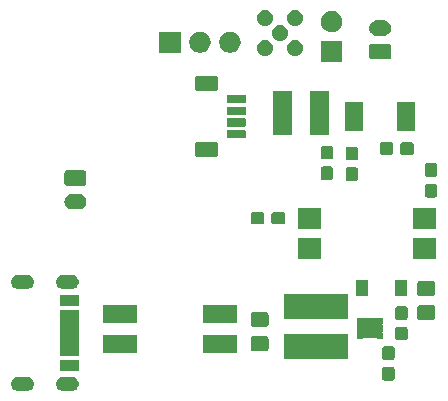
<source format=gts>
G04 #@! TF.GenerationSoftware,KiCad,Pcbnew,(5.1.5-0)*
G04 #@! TF.CreationDate,2021-10-12T13:01:33-06:00*
G04 #@! TF.ProjectId,TPS61165-heater,54505336-3131-4363-952d-686561746572,rev?*
G04 #@! TF.SameCoordinates,Original*
G04 #@! TF.FileFunction,Soldermask,Top*
G04 #@! TF.FilePolarity,Negative*
%FSLAX46Y46*%
G04 Gerber Fmt 4.6, Leading zero omitted, Abs format (unit mm)*
G04 Created by KiCad (PCBNEW (5.1.5-0)) date 2021-10-12 13:01:33*
%MOMM*%
%LPD*%
G04 APERTURE LIST*
%ADD10C,0.100000*%
G04 APERTURE END LIST*
D10*
G36*
X122792818Y-87527696D02*
G01*
X122906105Y-87562062D01*
X123010512Y-87617869D01*
X123102027Y-87692973D01*
X123177131Y-87784488D01*
X123232938Y-87888895D01*
X123267304Y-88002182D01*
X123278907Y-88120000D01*
X123267304Y-88237818D01*
X123232938Y-88351105D01*
X123177131Y-88455512D01*
X123102027Y-88547027D01*
X123010512Y-88622131D01*
X122906105Y-88677938D01*
X122792818Y-88712304D01*
X122704519Y-88721000D01*
X121945481Y-88721000D01*
X121857182Y-88712304D01*
X121743895Y-88677938D01*
X121639488Y-88622131D01*
X121547973Y-88547027D01*
X121472869Y-88455512D01*
X121417062Y-88351105D01*
X121382696Y-88237818D01*
X121371093Y-88120000D01*
X121382696Y-88002182D01*
X121417062Y-87888895D01*
X121472869Y-87784488D01*
X121547973Y-87692973D01*
X121639488Y-87617869D01*
X121743895Y-87562062D01*
X121857182Y-87527696D01*
X121945481Y-87519000D01*
X122704519Y-87519000D01*
X122792818Y-87527696D01*
G37*
G36*
X118992818Y-87527696D02*
G01*
X119106105Y-87562062D01*
X119210512Y-87617869D01*
X119302027Y-87692973D01*
X119377131Y-87784488D01*
X119432938Y-87888895D01*
X119467304Y-88002182D01*
X119478907Y-88120000D01*
X119467304Y-88237818D01*
X119432938Y-88351105D01*
X119377131Y-88455512D01*
X119302027Y-88547027D01*
X119210512Y-88622131D01*
X119106105Y-88677938D01*
X118992818Y-88712304D01*
X118904519Y-88721000D01*
X118145481Y-88721000D01*
X118057182Y-88712304D01*
X117943895Y-88677938D01*
X117839488Y-88622131D01*
X117747973Y-88547027D01*
X117672869Y-88455512D01*
X117617062Y-88351105D01*
X117582696Y-88237818D01*
X117571093Y-88120000D01*
X117582696Y-88002182D01*
X117617062Y-87888895D01*
X117672869Y-87784488D01*
X117747973Y-87692973D01*
X117839488Y-87617869D01*
X117943895Y-87562062D01*
X118057182Y-87527696D01*
X118145481Y-87519000D01*
X118904519Y-87519000D01*
X118992818Y-87527696D01*
G37*
G36*
X149864499Y-86703445D02*
G01*
X149901995Y-86714820D01*
X149936554Y-86733292D01*
X149966847Y-86758153D01*
X149991708Y-86788446D01*
X150010180Y-86823005D01*
X150021555Y-86860501D01*
X150026000Y-86905638D01*
X150026000Y-87644362D01*
X150021555Y-87689499D01*
X150010180Y-87726995D01*
X149991708Y-87761554D01*
X149966847Y-87791847D01*
X149936554Y-87816708D01*
X149901995Y-87835180D01*
X149864499Y-87846555D01*
X149819362Y-87851000D01*
X149180638Y-87851000D01*
X149135501Y-87846555D01*
X149098005Y-87835180D01*
X149063446Y-87816708D01*
X149033153Y-87791847D01*
X149008292Y-87761554D01*
X148989820Y-87726995D01*
X148978445Y-87689499D01*
X148974000Y-87644362D01*
X148974000Y-86905638D01*
X148978445Y-86860501D01*
X148989820Y-86823005D01*
X149008292Y-86788446D01*
X149033153Y-86758153D01*
X149063446Y-86733292D01*
X149098005Y-86714820D01*
X149135501Y-86703445D01*
X149180638Y-86699000D01*
X149819362Y-86699000D01*
X149864499Y-86703445D01*
G37*
G36*
X123276000Y-87001000D02*
G01*
X121674000Y-87001000D01*
X121674000Y-86099000D01*
X123276000Y-86099000D01*
X123276000Y-87001000D01*
G37*
G36*
X149864499Y-84953445D02*
G01*
X149901995Y-84964820D01*
X149936554Y-84983292D01*
X149966847Y-85008153D01*
X149991708Y-85038446D01*
X150010180Y-85073005D01*
X150021555Y-85110501D01*
X150026000Y-85155638D01*
X150026000Y-85894362D01*
X150021555Y-85939499D01*
X150010180Y-85976995D01*
X149991708Y-86011554D01*
X149966847Y-86041847D01*
X149936554Y-86066708D01*
X149901995Y-86085180D01*
X149864499Y-86096555D01*
X149819362Y-86101000D01*
X149180638Y-86101000D01*
X149135501Y-86096555D01*
X149098005Y-86085180D01*
X149063446Y-86066708D01*
X149033153Y-86041847D01*
X149008292Y-86011554D01*
X148989820Y-85976995D01*
X148978445Y-85939499D01*
X148974000Y-85894362D01*
X148974000Y-85155638D01*
X148978445Y-85110501D01*
X148989820Y-85073005D01*
X149008292Y-85038446D01*
X149033153Y-85008153D01*
X149063446Y-84983292D01*
X149098005Y-84964820D01*
X149135501Y-84953445D01*
X149180638Y-84949000D01*
X149819362Y-84949000D01*
X149864499Y-84953445D01*
G37*
G36*
X146101000Y-86051000D02*
G01*
X140699000Y-86051000D01*
X140699000Y-83949000D01*
X146101000Y-83949000D01*
X146101000Y-86051000D01*
G37*
G36*
X123276000Y-85751000D02*
G01*
X121674000Y-85751000D01*
X121674000Y-81849000D01*
X123276000Y-81849000D01*
X123276000Y-85751000D01*
G37*
G36*
X136700500Y-85521000D02*
G01*
X133773500Y-85521000D01*
X133773500Y-84019000D01*
X136700500Y-84019000D01*
X136700500Y-85521000D01*
G37*
G36*
X128226500Y-85521000D02*
G01*
X125299500Y-85521000D01*
X125299500Y-84019000D01*
X128226500Y-84019000D01*
X128226500Y-85521000D01*
G37*
G36*
X139188674Y-84103465D02*
G01*
X139226367Y-84114899D01*
X139261103Y-84133466D01*
X139291548Y-84158452D01*
X139316534Y-84188897D01*
X139335101Y-84223633D01*
X139346535Y-84261326D01*
X139351000Y-84306661D01*
X139351000Y-85143339D01*
X139346535Y-85188674D01*
X139335101Y-85226367D01*
X139316534Y-85261103D01*
X139291548Y-85291548D01*
X139261103Y-85316534D01*
X139226367Y-85335101D01*
X139188674Y-85346535D01*
X139143339Y-85351000D01*
X138056661Y-85351000D01*
X138011326Y-85346535D01*
X137973633Y-85335101D01*
X137938897Y-85316534D01*
X137908452Y-85291548D01*
X137883466Y-85261103D01*
X137864899Y-85226367D01*
X137853465Y-85188674D01*
X137849000Y-85143339D01*
X137849000Y-84306661D01*
X137853465Y-84261326D01*
X137864899Y-84223633D01*
X137883466Y-84188897D01*
X137908452Y-84158452D01*
X137938897Y-84133466D01*
X137973633Y-84114899D01*
X138011326Y-84103465D01*
X138056661Y-84099000D01*
X139143339Y-84099000D01*
X139188674Y-84103465D01*
G37*
G36*
X150964499Y-83303445D02*
G01*
X151001995Y-83314820D01*
X151036554Y-83333292D01*
X151066847Y-83358153D01*
X151091708Y-83388446D01*
X151110180Y-83423005D01*
X151121555Y-83460501D01*
X151126000Y-83505638D01*
X151126000Y-84244362D01*
X151121555Y-84289499D01*
X151110180Y-84326995D01*
X151091708Y-84361554D01*
X151066847Y-84391847D01*
X151036554Y-84416708D01*
X151001995Y-84435180D01*
X150964499Y-84446555D01*
X150919362Y-84451000D01*
X150280638Y-84451000D01*
X150235501Y-84446555D01*
X150198005Y-84435180D01*
X150163446Y-84416708D01*
X150133153Y-84391847D01*
X150108292Y-84361554D01*
X150089820Y-84326995D01*
X150078445Y-84289499D01*
X150074000Y-84244362D01*
X150074000Y-83505638D01*
X150078445Y-83460501D01*
X150089820Y-83423005D01*
X150108292Y-83388446D01*
X150133153Y-83358153D01*
X150163446Y-83333292D01*
X150198005Y-83314820D01*
X150235501Y-83303445D01*
X150280638Y-83299000D01*
X150919362Y-83299000D01*
X150964499Y-83303445D01*
G37*
G36*
X147235202Y-82530683D02*
G01*
X147245735Y-82533878D01*
X147255443Y-82539067D01*
X147269530Y-82550628D01*
X147289904Y-82564241D01*
X147312543Y-82573618D01*
X147348827Y-82579000D01*
X148511173Y-82579000D01*
X148535559Y-82576598D01*
X148559008Y-82569485D01*
X148590470Y-82550628D01*
X148604557Y-82539067D01*
X148614265Y-82533878D01*
X148624798Y-82530683D01*
X148641888Y-82529000D01*
X148993112Y-82529000D01*
X149010202Y-82530683D01*
X149020735Y-82533878D01*
X149030443Y-82539068D01*
X149038951Y-82546049D01*
X149045932Y-82554557D01*
X149051122Y-82564265D01*
X149054317Y-82574798D01*
X149056000Y-82591888D01*
X149056000Y-82968112D01*
X149054317Y-82985202D01*
X149051122Y-82995735D01*
X149045932Y-83005443D01*
X149033371Y-83020749D01*
X149028417Y-83025704D01*
X149014803Y-83046079D01*
X149005427Y-83068718D01*
X149000647Y-83092751D01*
X149000647Y-83117255D01*
X149005428Y-83141288D01*
X149014806Y-83163927D01*
X149028420Y-83184301D01*
X149033378Y-83189259D01*
X149045932Y-83204557D01*
X149051122Y-83214265D01*
X149054317Y-83224798D01*
X149056000Y-83241888D01*
X149056000Y-83618112D01*
X149054317Y-83635202D01*
X149051122Y-83645735D01*
X149045932Y-83655443D01*
X149033371Y-83670749D01*
X149028417Y-83675704D01*
X149014803Y-83696079D01*
X149005427Y-83718718D01*
X149000647Y-83742751D01*
X149000647Y-83767255D01*
X149005428Y-83791288D01*
X149014806Y-83813927D01*
X149028420Y-83834301D01*
X149033378Y-83839259D01*
X149045932Y-83854557D01*
X149051122Y-83864265D01*
X149054317Y-83874798D01*
X149056000Y-83891888D01*
X149056000Y-84268112D01*
X149054317Y-84285202D01*
X149051122Y-84295735D01*
X149045932Y-84305443D01*
X149038951Y-84313951D01*
X149030443Y-84320932D01*
X149020735Y-84326122D01*
X149010202Y-84329317D01*
X148993112Y-84331000D01*
X148641888Y-84331000D01*
X148624798Y-84329317D01*
X148614265Y-84326122D01*
X148604557Y-84320933D01*
X148590470Y-84309372D01*
X148570096Y-84295759D01*
X148547457Y-84286382D01*
X148511173Y-84281000D01*
X147348827Y-84281000D01*
X147324441Y-84283402D01*
X147300992Y-84290515D01*
X147269530Y-84309372D01*
X147255443Y-84320933D01*
X147245735Y-84326122D01*
X147235202Y-84329317D01*
X147218112Y-84331000D01*
X146866888Y-84331000D01*
X146849798Y-84329317D01*
X146839265Y-84326122D01*
X146829557Y-84320932D01*
X146821049Y-84313951D01*
X146814068Y-84305443D01*
X146808878Y-84295735D01*
X146805683Y-84285202D01*
X146804000Y-84268112D01*
X146804000Y-83891888D01*
X146805683Y-83874798D01*
X146808878Y-83864265D01*
X146814068Y-83854557D01*
X146826629Y-83839251D01*
X146831583Y-83834296D01*
X146845197Y-83813921D01*
X146854573Y-83791282D01*
X146859353Y-83767249D01*
X146859353Y-83742745D01*
X146854572Y-83718712D01*
X146845194Y-83696073D01*
X146831580Y-83675699D01*
X146826622Y-83670741D01*
X146814068Y-83655443D01*
X146808878Y-83645735D01*
X146805683Y-83635202D01*
X146804000Y-83618112D01*
X146804000Y-83241888D01*
X146805683Y-83224798D01*
X146808878Y-83214265D01*
X146814068Y-83204557D01*
X146826629Y-83189251D01*
X146831583Y-83184296D01*
X146845197Y-83163921D01*
X146854573Y-83141282D01*
X146859353Y-83117249D01*
X146859353Y-83092745D01*
X146854572Y-83068712D01*
X146845194Y-83046073D01*
X146831580Y-83025699D01*
X146826622Y-83020741D01*
X146814068Y-83005443D01*
X146808878Y-82995735D01*
X146805683Y-82985202D01*
X146804000Y-82968112D01*
X146804000Y-82591888D01*
X146805683Y-82574798D01*
X146808878Y-82564265D01*
X146814068Y-82554557D01*
X146821049Y-82546049D01*
X146829557Y-82539068D01*
X146839265Y-82533878D01*
X146849798Y-82530683D01*
X146866888Y-82529000D01*
X147218112Y-82529000D01*
X147235202Y-82530683D01*
G37*
G36*
X139188674Y-82053465D02*
G01*
X139226367Y-82064899D01*
X139261103Y-82083466D01*
X139291548Y-82108452D01*
X139316534Y-82138897D01*
X139335101Y-82173633D01*
X139346535Y-82211326D01*
X139351000Y-82256661D01*
X139351000Y-83093339D01*
X139346535Y-83138674D01*
X139335101Y-83176367D01*
X139316534Y-83211103D01*
X139291548Y-83241548D01*
X139261103Y-83266534D01*
X139226367Y-83285101D01*
X139188674Y-83296535D01*
X139143339Y-83301000D01*
X138056661Y-83301000D01*
X138011326Y-83296535D01*
X137973633Y-83285101D01*
X137938897Y-83266534D01*
X137908452Y-83241548D01*
X137883466Y-83211103D01*
X137864899Y-83176367D01*
X137853465Y-83138674D01*
X137849000Y-83093339D01*
X137849000Y-82256661D01*
X137853465Y-82211326D01*
X137864899Y-82173633D01*
X137883466Y-82138897D01*
X137908452Y-82108452D01*
X137938897Y-82083466D01*
X137973633Y-82064899D01*
X138011326Y-82053465D01*
X138056661Y-82049000D01*
X139143339Y-82049000D01*
X139188674Y-82053465D01*
G37*
G36*
X136700500Y-82981000D02*
G01*
X133773500Y-82981000D01*
X133773500Y-81479000D01*
X136700500Y-81479000D01*
X136700500Y-82981000D01*
G37*
G36*
X128226500Y-82981000D02*
G01*
X125299500Y-82981000D01*
X125299500Y-81479000D01*
X128226500Y-81479000D01*
X128226500Y-82981000D01*
G37*
G36*
X153288674Y-81478465D02*
G01*
X153326367Y-81489899D01*
X153361103Y-81508466D01*
X153391548Y-81533452D01*
X153416534Y-81563897D01*
X153435101Y-81598633D01*
X153446535Y-81636326D01*
X153451000Y-81681661D01*
X153451000Y-82518339D01*
X153446535Y-82563674D01*
X153435101Y-82601367D01*
X153416534Y-82636103D01*
X153391548Y-82666548D01*
X153361103Y-82691534D01*
X153326367Y-82710101D01*
X153288674Y-82721535D01*
X153243339Y-82726000D01*
X152156661Y-82726000D01*
X152111326Y-82721535D01*
X152073633Y-82710101D01*
X152038897Y-82691534D01*
X152008452Y-82666548D01*
X151983466Y-82636103D01*
X151964899Y-82601367D01*
X151953465Y-82563674D01*
X151949000Y-82518339D01*
X151949000Y-81681661D01*
X151953465Y-81636326D01*
X151964899Y-81598633D01*
X151983466Y-81563897D01*
X152008452Y-81533452D01*
X152038897Y-81508466D01*
X152073633Y-81489899D01*
X152111326Y-81478465D01*
X152156661Y-81474000D01*
X153243339Y-81474000D01*
X153288674Y-81478465D01*
G37*
G36*
X150964499Y-81553445D02*
G01*
X151001995Y-81564820D01*
X151036554Y-81583292D01*
X151066847Y-81608153D01*
X151091708Y-81638446D01*
X151110180Y-81673005D01*
X151121555Y-81710501D01*
X151126000Y-81755638D01*
X151126000Y-82494362D01*
X151121555Y-82539499D01*
X151110180Y-82576995D01*
X151091708Y-82611554D01*
X151066847Y-82641847D01*
X151036554Y-82666708D01*
X151001995Y-82685180D01*
X150964499Y-82696555D01*
X150919362Y-82701000D01*
X150280638Y-82701000D01*
X150235501Y-82696555D01*
X150198005Y-82685180D01*
X150163446Y-82666708D01*
X150133153Y-82641847D01*
X150108292Y-82611554D01*
X150089820Y-82576995D01*
X150078445Y-82539499D01*
X150074000Y-82494362D01*
X150074000Y-81755638D01*
X150078445Y-81710501D01*
X150089820Y-81673005D01*
X150108292Y-81638446D01*
X150133153Y-81608153D01*
X150163446Y-81583292D01*
X150198005Y-81564820D01*
X150235501Y-81553445D01*
X150280638Y-81549000D01*
X150919362Y-81549000D01*
X150964499Y-81553445D01*
G37*
G36*
X146101000Y-82651000D02*
G01*
X140699000Y-82651000D01*
X140699000Y-80549000D01*
X146101000Y-80549000D01*
X146101000Y-82651000D01*
G37*
G36*
X123276000Y-81501000D02*
G01*
X121674000Y-81501000D01*
X121674000Y-80599000D01*
X123276000Y-80599000D01*
X123276000Y-81501000D01*
G37*
G36*
X153288674Y-79428465D02*
G01*
X153326367Y-79439899D01*
X153361103Y-79458466D01*
X153391548Y-79483452D01*
X153416534Y-79513897D01*
X153435101Y-79548633D01*
X153446535Y-79586326D01*
X153451000Y-79631661D01*
X153451000Y-80468339D01*
X153446535Y-80513674D01*
X153435101Y-80551367D01*
X153416534Y-80586103D01*
X153391548Y-80616548D01*
X153361103Y-80641534D01*
X153326367Y-80660101D01*
X153288674Y-80671535D01*
X153243339Y-80676000D01*
X152156661Y-80676000D01*
X152111326Y-80671535D01*
X152073633Y-80660101D01*
X152038897Y-80641534D01*
X152008452Y-80616548D01*
X151983466Y-80586103D01*
X151964899Y-80551367D01*
X151953465Y-80513674D01*
X151949000Y-80468339D01*
X151949000Y-79631661D01*
X151953465Y-79586326D01*
X151964899Y-79548633D01*
X151983466Y-79513897D01*
X152008452Y-79483452D01*
X152038897Y-79458466D01*
X152073633Y-79439899D01*
X152111326Y-79428465D01*
X152156661Y-79424000D01*
X153243339Y-79424000D01*
X153288674Y-79428465D01*
G37*
G36*
X151051000Y-80651000D02*
G01*
X150049000Y-80651000D01*
X150049000Y-79349000D01*
X151051000Y-79349000D01*
X151051000Y-80651000D01*
G37*
G36*
X147751000Y-80651000D02*
G01*
X146749000Y-80651000D01*
X146749000Y-79349000D01*
X147751000Y-79349000D01*
X147751000Y-80651000D01*
G37*
G36*
X122792818Y-78887696D02*
G01*
X122906105Y-78922062D01*
X123010512Y-78977869D01*
X123102027Y-79052973D01*
X123177131Y-79144488D01*
X123232938Y-79248895D01*
X123267304Y-79362182D01*
X123278907Y-79480000D01*
X123267304Y-79597818D01*
X123232938Y-79711105D01*
X123177131Y-79815512D01*
X123102027Y-79907027D01*
X123010512Y-79982131D01*
X122906105Y-80037938D01*
X122792818Y-80072304D01*
X122704519Y-80081000D01*
X121945481Y-80081000D01*
X121857182Y-80072304D01*
X121743895Y-80037938D01*
X121639488Y-79982131D01*
X121547973Y-79907027D01*
X121472869Y-79815512D01*
X121417062Y-79711105D01*
X121382696Y-79597818D01*
X121371093Y-79480000D01*
X121382696Y-79362182D01*
X121417062Y-79248895D01*
X121472869Y-79144488D01*
X121547973Y-79052973D01*
X121639488Y-78977869D01*
X121743895Y-78922062D01*
X121857182Y-78887696D01*
X121945481Y-78879000D01*
X122704519Y-78879000D01*
X122792818Y-78887696D01*
G37*
G36*
X118992818Y-78887696D02*
G01*
X119106105Y-78922062D01*
X119210512Y-78977869D01*
X119302027Y-79052973D01*
X119377131Y-79144488D01*
X119432938Y-79248895D01*
X119467304Y-79362182D01*
X119478907Y-79480000D01*
X119467304Y-79597818D01*
X119432938Y-79711105D01*
X119377131Y-79815512D01*
X119302027Y-79907027D01*
X119210512Y-79982131D01*
X119106105Y-80037938D01*
X118992818Y-80072304D01*
X118904519Y-80081000D01*
X118145481Y-80081000D01*
X118057182Y-80072304D01*
X117943895Y-80037938D01*
X117839488Y-79982131D01*
X117747973Y-79907027D01*
X117672869Y-79815512D01*
X117617062Y-79711105D01*
X117582696Y-79597818D01*
X117571093Y-79480000D01*
X117582696Y-79362182D01*
X117617062Y-79248895D01*
X117672869Y-79144488D01*
X117747973Y-79052973D01*
X117839488Y-78977869D01*
X117943895Y-78922062D01*
X118057182Y-78887696D01*
X118145481Y-78879000D01*
X118904519Y-78879000D01*
X118992818Y-78887696D01*
G37*
G36*
X153527000Y-77521000D02*
G01*
X151625000Y-77521000D01*
X151625000Y-75819000D01*
X153527000Y-75819000D01*
X153527000Y-77521000D01*
G37*
G36*
X143775000Y-77521000D02*
G01*
X141873000Y-77521000D01*
X141873000Y-75819000D01*
X143775000Y-75819000D01*
X143775000Y-77521000D01*
G37*
G36*
X153527000Y-74981000D02*
G01*
X151625000Y-74981000D01*
X151625000Y-73279000D01*
X153527000Y-73279000D01*
X153527000Y-74981000D01*
G37*
G36*
X143775000Y-74981000D02*
G01*
X141873000Y-74981000D01*
X141873000Y-73279000D01*
X143775000Y-73279000D01*
X143775000Y-74981000D01*
G37*
G36*
X138839499Y-73578445D02*
G01*
X138876995Y-73589820D01*
X138911554Y-73608292D01*
X138941847Y-73633153D01*
X138966708Y-73663446D01*
X138985180Y-73698005D01*
X138996555Y-73735501D01*
X139001000Y-73780638D01*
X139001000Y-74419362D01*
X138996555Y-74464499D01*
X138985180Y-74501995D01*
X138966708Y-74536554D01*
X138941847Y-74566847D01*
X138911554Y-74591708D01*
X138876995Y-74610180D01*
X138839499Y-74621555D01*
X138794362Y-74626000D01*
X138055638Y-74626000D01*
X138010501Y-74621555D01*
X137973005Y-74610180D01*
X137938446Y-74591708D01*
X137908153Y-74566847D01*
X137883292Y-74536554D01*
X137864820Y-74501995D01*
X137853445Y-74464499D01*
X137849000Y-74419362D01*
X137849000Y-73780638D01*
X137853445Y-73735501D01*
X137864820Y-73698005D01*
X137883292Y-73663446D01*
X137908153Y-73633153D01*
X137938446Y-73608292D01*
X137973005Y-73589820D01*
X138010501Y-73578445D01*
X138055638Y-73574000D01*
X138794362Y-73574000D01*
X138839499Y-73578445D01*
G37*
G36*
X140589499Y-73578445D02*
G01*
X140626995Y-73589820D01*
X140661554Y-73608292D01*
X140691847Y-73633153D01*
X140716708Y-73663446D01*
X140735180Y-73698005D01*
X140746555Y-73735501D01*
X140751000Y-73780638D01*
X140751000Y-74419362D01*
X140746555Y-74464499D01*
X140735180Y-74501995D01*
X140716708Y-74536554D01*
X140691847Y-74566847D01*
X140661554Y-74591708D01*
X140626995Y-74610180D01*
X140589499Y-74621555D01*
X140544362Y-74626000D01*
X139805638Y-74626000D01*
X139760501Y-74621555D01*
X139723005Y-74610180D01*
X139688446Y-74591708D01*
X139658153Y-74566847D01*
X139633292Y-74536554D01*
X139614820Y-74501995D01*
X139603445Y-74464499D01*
X139599000Y-74419362D01*
X139599000Y-73780638D01*
X139603445Y-73735501D01*
X139614820Y-73698005D01*
X139633292Y-73663446D01*
X139658153Y-73633153D01*
X139688446Y-73608292D01*
X139723005Y-73589820D01*
X139760501Y-73578445D01*
X139805638Y-73574000D01*
X140544362Y-73574000D01*
X140589499Y-73578445D01*
G37*
G36*
X123338855Y-72052140D02*
G01*
X123402618Y-72058420D01*
X123493404Y-72085960D01*
X123525336Y-72095646D01*
X123638425Y-72156094D01*
X123737554Y-72237446D01*
X123818906Y-72336575D01*
X123879354Y-72449664D01*
X123879355Y-72449668D01*
X123916580Y-72572382D01*
X123929149Y-72700000D01*
X123916580Y-72827618D01*
X123889040Y-72918404D01*
X123879354Y-72950336D01*
X123818906Y-73063425D01*
X123737554Y-73162554D01*
X123638425Y-73243906D01*
X123525336Y-73304354D01*
X123493404Y-73314040D01*
X123402618Y-73341580D01*
X123338855Y-73347860D01*
X123306974Y-73351000D01*
X122693026Y-73351000D01*
X122661145Y-73347860D01*
X122597382Y-73341580D01*
X122506596Y-73314040D01*
X122474664Y-73304354D01*
X122361575Y-73243906D01*
X122262446Y-73162554D01*
X122181094Y-73063425D01*
X122120646Y-72950336D01*
X122110960Y-72918404D01*
X122083420Y-72827618D01*
X122070851Y-72700000D01*
X122083420Y-72572382D01*
X122120645Y-72449668D01*
X122120646Y-72449664D01*
X122181094Y-72336575D01*
X122262446Y-72237446D01*
X122361575Y-72156094D01*
X122474664Y-72095646D01*
X122506596Y-72085960D01*
X122597382Y-72058420D01*
X122661145Y-72052140D01*
X122693026Y-72049000D01*
X123306974Y-72049000D01*
X123338855Y-72052140D01*
G37*
G36*
X153464499Y-71203445D02*
G01*
X153501995Y-71214820D01*
X153536554Y-71233292D01*
X153566847Y-71258153D01*
X153591708Y-71288446D01*
X153610180Y-71323005D01*
X153621555Y-71360501D01*
X153626000Y-71405638D01*
X153626000Y-72144362D01*
X153621555Y-72189499D01*
X153610180Y-72226995D01*
X153591708Y-72261554D01*
X153566847Y-72291847D01*
X153536554Y-72316708D01*
X153501995Y-72335180D01*
X153464499Y-72346555D01*
X153419362Y-72351000D01*
X152780638Y-72351000D01*
X152735501Y-72346555D01*
X152698005Y-72335180D01*
X152663446Y-72316708D01*
X152633153Y-72291847D01*
X152608292Y-72261554D01*
X152589820Y-72226995D01*
X152578445Y-72189499D01*
X152574000Y-72144362D01*
X152574000Y-71405638D01*
X152578445Y-71360501D01*
X152589820Y-71323005D01*
X152608292Y-71288446D01*
X152633153Y-71258153D01*
X152663446Y-71233292D01*
X152698005Y-71214820D01*
X152735501Y-71203445D01*
X152780638Y-71199000D01*
X153419362Y-71199000D01*
X153464499Y-71203445D01*
G37*
G36*
X123766242Y-70053404D02*
G01*
X123803337Y-70064657D01*
X123837515Y-70082925D01*
X123867481Y-70107519D01*
X123892075Y-70137485D01*
X123910343Y-70171663D01*
X123921596Y-70208758D01*
X123926000Y-70253474D01*
X123926000Y-71146526D01*
X123921596Y-71191242D01*
X123910343Y-71228337D01*
X123892075Y-71262515D01*
X123867481Y-71292481D01*
X123837515Y-71317075D01*
X123803337Y-71335343D01*
X123766242Y-71346596D01*
X123721526Y-71351000D01*
X122278474Y-71351000D01*
X122233758Y-71346596D01*
X122196663Y-71335343D01*
X122162485Y-71317075D01*
X122132519Y-71292481D01*
X122107925Y-71262515D01*
X122089657Y-71228337D01*
X122078404Y-71191242D01*
X122074000Y-71146526D01*
X122074000Y-70253474D01*
X122078404Y-70208758D01*
X122089657Y-70171663D01*
X122107925Y-70137485D01*
X122132519Y-70107519D01*
X122162485Y-70082925D01*
X122196663Y-70064657D01*
X122233758Y-70053404D01*
X122278474Y-70049000D01*
X123721526Y-70049000D01*
X123766242Y-70053404D01*
G37*
G36*
X146764499Y-69803445D02*
G01*
X146801995Y-69814820D01*
X146836554Y-69833292D01*
X146866847Y-69858153D01*
X146891708Y-69888446D01*
X146910180Y-69923005D01*
X146921555Y-69960501D01*
X146926000Y-70005638D01*
X146926000Y-70744362D01*
X146921555Y-70789499D01*
X146910180Y-70826995D01*
X146891708Y-70861554D01*
X146866847Y-70891847D01*
X146836554Y-70916708D01*
X146801995Y-70935180D01*
X146764499Y-70946555D01*
X146719362Y-70951000D01*
X146080638Y-70951000D01*
X146035501Y-70946555D01*
X145998005Y-70935180D01*
X145963446Y-70916708D01*
X145933153Y-70891847D01*
X145908292Y-70861554D01*
X145889820Y-70826995D01*
X145878445Y-70789499D01*
X145874000Y-70744362D01*
X145874000Y-70005638D01*
X145878445Y-69960501D01*
X145889820Y-69923005D01*
X145908292Y-69888446D01*
X145933153Y-69858153D01*
X145963446Y-69833292D01*
X145998005Y-69814820D01*
X146035501Y-69803445D01*
X146080638Y-69799000D01*
X146719362Y-69799000D01*
X146764499Y-69803445D01*
G37*
G36*
X144664499Y-69728445D02*
G01*
X144701995Y-69739820D01*
X144736554Y-69758292D01*
X144766847Y-69783153D01*
X144791708Y-69813446D01*
X144810180Y-69848005D01*
X144821555Y-69885501D01*
X144826000Y-69930638D01*
X144826000Y-70669362D01*
X144821555Y-70714499D01*
X144810180Y-70751995D01*
X144791708Y-70786554D01*
X144766847Y-70816847D01*
X144736554Y-70841708D01*
X144701995Y-70860180D01*
X144664499Y-70871555D01*
X144619362Y-70876000D01*
X143980638Y-70876000D01*
X143935501Y-70871555D01*
X143898005Y-70860180D01*
X143863446Y-70841708D01*
X143833153Y-70816847D01*
X143808292Y-70786554D01*
X143789820Y-70751995D01*
X143778445Y-70714499D01*
X143774000Y-70669362D01*
X143774000Y-69930638D01*
X143778445Y-69885501D01*
X143789820Y-69848005D01*
X143808292Y-69813446D01*
X143833153Y-69783153D01*
X143863446Y-69758292D01*
X143898005Y-69739820D01*
X143935501Y-69728445D01*
X143980638Y-69724000D01*
X144619362Y-69724000D01*
X144664499Y-69728445D01*
G37*
G36*
X153464499Y-69453445D02*
G01*
X153501995Y-69464820D01*
X153536554Y-69483292D01*
X153566847Y-69508153D01*
X153591708Y-69538446D01*
X153610180Y-69573005D01*
X153621555Y-69610501D01*
X153626000Y-69655638D01*
X153626000Y-70394362D01*
X153621555Y-70439499D01*
X153610180Y-70476995D01*
X153591708Y-70511554D01*
X153566847Y-70541847D01*
X153536554Y-70566708D01*
X153501995Y-70585180D01*
X153464499Y-70596555D01*
X153419362Y-70601000D01*
X152780638Y-70601000D01*
X152735501Y-70596555D01*
X152698005Y-70585180D01*
X152663446Y-70566708D01*
X152633153Y-70541847D01*
X152608292Y-70511554D01*
X152589820Y-70476995D01*
X152578445Y-70439499D01*
X152574000Y-70394362D01*
X152574000Y-69655638D01*
X152578445Y-69610501D01*
X152589820Y-69573005D01*
X152608292Y-69538446D01*
X152633153Y-69508153D01*
X152663446Y-69483292D01*
X152698005Y-69464820D01*
X152735501Y-69453445D01*
X152780638Y-69449000D01*
X153419362Y-69449000D01*
X153464499Y-69453445D01*
G37*
G36*
X146764499Y-68053445D02*
G01*
X146801995Y-68064820D01*
X146836554Y-68083292D01*
X146866847Y-68108153D01*
X146891708Y-68138446D01*
X146910180Y-68173005D01*
X146921555Y-68210501D01*
X146926000Y-68255638D01*
X146926000Y-68994362D01*
X146921555Y-69039499D01*
X146910180Y-69076995D01*
X146891708Y-69111554D01*
X146866847Y-69141847D01*
X146836554Y-69166708D01*
X146801995Y-69185180D01*
X146764499Y-69196555D01*
X146719362Y-69201000D01*
X146080638Y-69201000D01*
X146035501Y-69196555D01*
X145998005Y-69185180D01*
X145963446Y-69166708D01*
X145933153Y-69141847D01*
X145908292Y-69111554D01*
X145889820Y-69076995D01*
X145878445Y-69039499D01*
X145874000Y-68994362D01*
X145874000Y-68255638D01*
X145878445Y-68210501D01*
X145889820Y-68173005D01*
X145908292Y-68138446D01*
X145933153Y-68108153D01*
X145963446Y-68083292D01*
X145998005Y-68064820D01*
X146035501Y-68053445D01*
X146080638Y-68049000D01*
X146719362Y-68049000D01*
X146764499Y-68053445D01*
G37*
G36*
X144664499Y-67978445D02*
G01*
X144701995Y-67989820D01*
X144736554Y-68008292D01*
X144766847Y-68033153D01*
X144791708Y-68063446D01*
X144810180Y-68098005D01*
X144821555Y-68135501D01*
X144826000Y-68180638D01*
X144826000Y-68919362D01*
X144821555Y-68964499D01*
X144810180Y-69001995D01*
X144791708Y-69036554D01*
X144766847Y-69066847D01*
X144736554Y-69091708D01*
X144701995Y-69110180D01*
X144664499Y-69121555D01*
X144619362Y-69126000D01*
X143980638Y-69126000D01*
X143935501Y-69121555D01*
X143898005Y-69110180D01*
X143863446Y-69091708D01*
X143833153Y-69066847D01*
X143808292Y-69036554D01*
X143789820Y-69001995D01*
X143778445Y-68964499D01*
X143774000Y-68919362D01*
X143774000Y-68180638D01*
X143778445Y-68135501D01*
X143789820Y-68098005D01*
X143808292Y-68063446D01*
X143833153Y-68033153D01*
X143863446Y-68008292D01*
X143898005Y-67989820D01*
X143935501Y-67978445D01*
X143980638Y-67974000D01*
X144619362Y-67974000D01*
X144664499Y-67978445D01*
G37*
G36*
X134891242Y-67653404D02*
G01*
X134928337Y-67664657D01*
X134962515Y-67682925D01*
X134992481Y-67707519D01*
X135017075Y-67737485D01*
X135035343Y-67771663D01*
X135046596Y-67808758D01*
X135051000Y-67853474D01*
X135051000Y-68746526D01*
X135046596Y-68791242D01*
X135035343Y-68828337D01*
X135017075Y-68862515D01*
X134992481Y-68892481D01*
X134962515Y-68917075D01*
X134928337Y-68935343D01*
X134891242Y-68946596D01*
X134846526Y-68951000D01*
X133353474Y-68951000D01*
X133308758Y-68946596D01*
X133271663Y-68935343D01*
X133237485Y-68917075D01*
X133207519Y-68892481D01*
X133182925Y-68862515D01*
X133164657Y-68828337D01*
X133153404Y-68791242D01*
X133149000Y-68746526D01*
X133149000Y-67853474D01*
X133153404Y-67808758D01*
X133164657Y-67771663D01*
X133182925Y-67737485D01*
X133207519Y-67707519D01*
X133237485Y-67682925D01*
X133271663Y-67664657D01*
X133308758Y-67653404D01*
X133353474Y-67649000D01*
X134846526Y-67649000D01*
X134891242Y-67653404D01*
G37*
G36*
X149739499Y-67678445D02*
G01*
X149776995Y-67689820D01*
X149811554Y-67708292D01*
X149841847Y-67733153D01*
X149866708Y-67763446D01*
X149885180Y-67798005D01*
X149896555Y-67835501D01*
X149901000Y-67880638D01*
X149901000Y-68519362D01*
X149896555Y-68564499D01*
X149885180Y-68601995D01*
X149866708Y-68636554D01*
X149841847Y-68666847D01*
X149811554Y-68691708D01*
X149776995Y-68710180D01*
X149739499Y-68721555D01*
X149694362Y-68726000D01*
X148955638Y-68726000D01*
X148910501Y-68721555D01*
X148873005Y-68710180D01*
X148838446Y-68691708D01*
X148808153Y-68666847D01*
X148783292Y-68636554D01*
X148764820Y-68601995D01*
X148753445Y-68564499D01*
X148749000Y-68519362D01*
X148749000Y-67880638D01*
X148753445Y-67835501D01*
X148764820Y-67798005D01*
X148783292Y-67763446D01*
X148808153Y-67733153D01*
X148838446Y-67708292D01*
X148873005Y-67689820D01*
X148910501Y-67678445D01*
X148955638Y-67674000D01*
X149694362Y-67674000D01*
X149739499Y-67678445D01*
G37*
G36*
X151489499Y-67678445D02*
G01*
X151526995Y-67689820D01*
X151561554Y-67708292D01*
X151591847Y-67733153D01*
X151616708Y-67763446D01*
X151635180Y-67798005D01*
X151646555Y-67835501D01*
X151651000Y-67880638D01*
X151651000Y-68519362D01*
X151646555Y-68564499D01*
X151635180Y-68601995D01*
X151616708Y-68636554D01*
X151591847Y-68666847D01*
X151561554Y-68691708D01*
X151526995Y-68710180D01*
X151489499Y-68721555D01*
X151444362Y-68726000D01*
X150705638Y-68726000D01*
X150660501Y-68721555D01*
X150623005Y-68710180D01*
X150588446Y-68691708D01*
X150558153Y-68666847D01*
X150533292Y-68636554D01*
X150514820Y-68601995D01*
X150503445Y-68564499D01*
X150499000Y-68519362D01*
X150499000Y-67880638D01*
X150503445Y-67835501D01*
X150514820Y-67798005D01*
X150533292Y-67763446D01*
X150558153Y-67733153D01*
X150588446Y-67708292D01*
X150623005Y-67689820D01*
X150660501Y-67678445D01*
X150705638Y-67674000D01*
X151444362Y-67674000D01*
X151489499Y-67678445D01*
G37*
G36*
X137359928Y-66651764D02*
G01*
X137381009Y-66658160D01*
X137400445Y-66668548D01*
X137417476Y-66682524D01*
X137431452Y-66699555D01*
X137441840Y-66718991D01*
X137448236Y-66740072D01*
X137451000Y-66768140D01*
X137451000Y-67231860D01*
X137448236Y-67259928D01*
X137441840Y-67281009D01*
X137431452Y-67300445D01*
X137417476Y-67317476D01*
X137400445Y-67331452D01*
X137381009Y-67341840D01*
X137359928Y-67348236D01*
X137331860Y-67351000D01*
X135918140Y-67351000D01*
X135890072Y-67348236D01*
X135868991Y-67341840D01*
X135849555Y-67331452D01*
X135832524Y-67317476D01*
X135818548Y-67300445D01*
X135808160Y-67281009D01*
X135801764Y-67259928D01*
X135799000Y-67231860D01*
X135799000Y-66768140D01*
X135801764Y-66740072D01*
X135808160Y-66718991D01*
X135818548Y-66699555D01*
X135832524Y-66682524D01*
X135849555Y-66668548D01*
X135868991Y-66658160D01*
X135890072Y-66651764D01*
X135918140Y-66649000D01*
X137331860Y-66649000D01*
X137359928Y-66651764D01*
G37*
G36*
X141301000Y-67051000D02*
G01*
X139699000Y-67051000D01*
X139699000Y-63349000D01*
X141301000Y-63349000D01*
X141301000Y-67051000D01*
G37*
G36*
X144501000Y-67051000D02*
G01*
X142899000Y-67051000D01*
X142899000Y-63349000D01*
X144501000Y-63349000D01*
X144501000Y-67051000D01*
G37*
G36*
X151745295Y-64300323D02*
G01*
X151752310Y-64302451D01*
X151758776Y-64305908D01*
X151764442Y-64310558D01*
X151769092Y-64316224D01*
X151772549Y-64322690D01*
X151774677Y-64329705D01*
X151776000Y-64343140D01*
X151776000Y-64656860D01*
X151774677Y-64670295D01*
X151772549Y-64677309D01*
X151765190Y-64691077D01*
X151755813Y-64713716D01*
X151751033Y-64737749D01*
X151751033Y-64762253D01*
X151755814Y-64786286D01*
X151765190Y-64808923D01*
X151772549Y-64822691D01*
X151774677Y-64829705D01*
X151776000Y-64843140D01*
X151776000Y-65156860D01*
X151774677Y-65170295D01*
X151772549Y-65177309D01*
X151765190Y-65191077D01*
X151755813Y-65213716D01*
X151751033Y-65237749D01*
X151751033Y-65262253D01*
X151755814Y-65286286D01*
X151765190Y-65308923D01*
X151772549Y-65322691D01*
X151774677Y-65329705D01*
X151776000Y-65343140D01*
X151776000Y-65656860D01*
X151774677Y-65670295D01*
X151772549Y-65677309D01*
X151765190Y-65691077D01*
X151755813Y-65713716D01*
X151751033Y-65737749D01*
X151751033Y-65762253D01*
X151755814Y-65786286D01*
X151765190Y-65808923D01*
X151772549Y-65822691D01*
X151774677Y-65829705D01*
X151776000Y-65843140D01*
X151776000Y-66156860D01*
X151774677Y-66170295D01*
X151772549Y-66177309D01*
X151765190Y-66191077D01*
X151755813Y-66213716D01*
X151751033Y-66237749D01*
X151751033Y-66262253D01*
X151755814Y-66286286D01*
X151765190Y-66308923D01*
X151772549Y-66322691D01*
X151774677Y-66329705D01*
X151776000Y-66343140D01*
X151776000Y-66656860D01*
X151774677Y-66670295D01*
X151772549Y-66677310D01*
X151769092Y-66683776D01*
X151764442Y-66689442D01*
X151758776Y-66694092D01*
X151752310Y-66697549D01*
X151745295Y-66699677D01*
X151731860Y-66701000D01*
X150268140Y-66701000D01*
X150254705Y-66699677D01*
X150247690Y-66697549D01*
X150241224Y-66694092D01*
X150235558Y-66689442D01*
X150230908Y-66683776D01*
X150227451Y-66677310D01*
X150225323Y-66670295D01*
X150224000Y-66656860D01*
X150224000Y-66343140D01*
X150225323Y-66329705D01*
X150227451Y-66322691D01*
X150234810Y-66308923D01*
X150244187Y-66286284D01*
X150248967Y-66262251D01*
X150248967Y-66237747D01*
X150244186Y-66213714D01*
X150234810Y-66191077D01*
X150227451Y-66177309D01*
X150225323Y-66170295D01*
X150224000Y-66156860D01*
X150224000Y-65843140D01*
X150225323Y-65829705D01*
X150227451Y-65822691D01*
X150234810Y-65808923D01*
X150244187Y-65786284D01*
X150248967Y-65762251D01*
X150248967Y-65737747D01*
X150244186Y-65713714D01*
X150234810Y-65691077D01*
X150227451Y-65677309D01*
X150225323Y-65670295D01*
X150224000Y-65656860D01*
X150224000Y-65343140D01*
X150225323Y-65329705D01*
X150227451Y-65322691D01*
X150234810Y-65308923D01*
X150244187Y-65286284D01*
X150248967Y-65262251D01*
X150248967Y-65237747D01*
X150244186Y-65213714D01*
X150234810Y-65191077D01*
X150227451Y-65177309D01*
X150225323Y-65170295D01*
X150224000Y-65156860D01*
X150224000Y-64843140D01*
X150225323Y-64829705D01*
X150227451Y-64822691D01*
X150234810Y-64808923D01*
X150244187Y-64786284D01*
X150248967Y-64762251D01*
X150248967Y-64737747D01*
X150244186Y-64713714D01*
X150234810Y-64691077D01*
X150227451Y-64677309D01*
X150225323Y-64670295D01*
X150224000Y-64656860D01*
X150224000Y-64343140D01*
X150225323Y-64329705D01*
X150227451Y-64322690D01*
X150230908Y-64316224D01*
X150235558Y-64310558D01*
X150241224Y-64305908D01*
X150247690Y-64302451D01*
X150254705Y-64300323D01*
X150268140Y-64299000D01*
X151731860Y-64299000D01*
X151745295Y-64300323D01*
G37*
G36*
X147345295Y-64300323D02*
G01*
X147352310Y-64302451D01*
X147358776Y-64305908D01*
X147364442Y-64310558D01*
X147369092Y-64316224D01*
X147372549Y-64322690D01*
X147374677Y-64329705D01*
X147376000Y-64343140D01*
X147376000Y-64656860D01*
X147374677Y-64670295D01*
X147372549Y-64677309D01*
X147365190Y-64691077D01*
X147355813Y-64713716D01*
X147351033Y-64737749D01*
X147351033Y-64762253D01*
X147355814Y-64786286D01*
X147365190Y-64808923D01*
X147372549Y-64822691D01*
X147374677Y-64829705D01*
X147376000Y-64843140D01*
X147376000Y-65156860D01*
X147374677Y-65170295D01*
X147372549Y-65177309D01*
X147365190Y-65191077D01*
X147355813Y-65213716D01*
X147351033Y-65237749D01*
X147351033Y-65262253D01*
X147355814Y-65286286D01*
X147365190Y-65308923D01*
X147372549Y-65322691D01*
X147374677Y-65329705D01*
X147376000Y-65343140D01*
X147376000Y-65656860D01*
X147374677Y-65670295D01*
X147372549Y-65677309D01*
X147365190Y-65691077D01*
X147355813Y-65713716D01*
X147351033Y-65737749D01*
X147351033Y-65762253D01*
X147355814Y-65786286D01*
X147365190Y-65808923D01*
X147372549Y-65822691D01*
X147374677Y-65829705D01*
X147376000Y-65843140D01*
X147376000Y-66156860D01*
X147374677Y-66170295D01*
X147372549Y-66177309D01*
X147365190Y-66191077D01*
X147355813Y-66213716D01*
X147351033Y-66237749D01*
X147351033Y-66262253D01*
X147355814Y-66286286D01*
X147365190Y-66308923D01*
X147372549Y-66322691D01*
X147374677Y-66329705D01*
X147376000Y-66343140D01*
X147376000Y-66656860D01*
X147374677Y-66670295D01*
X147372549Y-66677310D01*
X147369092Y-66683776D01*
X147364442Y-66689442D01*
X147358776Y-66694092D01*
X147352310Y-66697549D01*
X147345295Y-66699677D01*
X147331860Y-66701000D01*
X145868140Y-66701000D01*
X145854705Y-66699677D01*
X145847690Y-66697549D01*
X145841224Y-66694092D01*
X145835558Y-66689442D01*
X145830908Y-66683776D01*
X145827451Y-66677310D01*
X145825323Y-66670295D01*
X145824000Y-66656860D01*
X145824000Y-66343140D01*
X145825323Y-66329705D01*
X145827451Y-66322691D01*
X145834810Y-66308923D01*
X145844187Y-66286284D01*
X145848967Y-66262251D01*
X145848967Y-66237747D01*
X145844186Y-66213714D01*
X145834810Y-66191077D01*
X145827451Y-66177309D01*
X145825323Y-66170295D01*
X145824000Y-66156860D01*
X145824000Y-65843140D01*
X145825323Y-65829705D01*
X145827451Y-65822691D01*
X145834810Y-65808923D01*
X145844187Y-65786284D01*
X145848967Y-65762251D01*
X145848967Y-65737747D01*
X145844186Y-65713714D01*
X145834810Y-65691077D01*
X145827451Y-65677309D01*
X145825323Y-65670295D01*
X145824000Y-65656860D01*
X145824000Y-65343140D01*
X145825323Y-65329705D01*
X145827451Y-65322691D01*
X145834810Y-65308923D01*
X145844187Y-65286284D01*
X145848967Y-65262251D01*
X145848967Y-65237747D01*
X145844186Y-65213714D01*
X145834810Y-65191077D01*
X145827451Y-65177309D01*
X145825323Y-65170295D01*
X145824000Y-65156860D01*
X145824000Y-64843140D01*
X145825323Y-64829705D01*
X145827451Y-64822691D01*
X145834810Y-64808923D01*
X145844187Y-64786284D01*
X145848967Y-64762251D01*
X145848967Y-64737747D01*
X145844186Y-64713714D01*
X145834810Y-64691077D01*
X145827451Y-64677309D01*
X145825323Y-64670295D01*
X145824000Y-64656860D01*
X145824000Y-64343140D01*
X145825323Y-64329705D01*
X145827451Y-64322690D01*
X145830908Y-64316224D01*
X145835558Y-64310558D01*
X145841224Y-64305908D01*
X145847690Y-64302451D01*
X145854705Y-64300323D01*
X145868140Y-64299000D01*
X147331860Y-64299000D01*
X147345295Y-64300323D01*
G37*
G36*
X137359928Y-65651764D02*
G01*
X137381009Y-65658160D01*
X137400445Y-65668548D01*
X137417476Y-65682524D01*
X137431452Y-65699555D01*
X137441840Y-65718991D01*
X137448236Y-65740072D01*
X137451000Y-65768140D01*
X137451000Y-66231860D01*
X137448236Y-66259928D01*
X137441840Y-66281009D01*
X137431452Y-66300445D01*
X137417476Y-66317476D01*
X137400445Y-66331452D01*
X137381009Y-66341840D01*
X137359928Y-66348236D01*
X137331860Y-66351000D01*
X135918140Y-66351000D01*
X135890072Y-66348236D01*
X135868991Y-66341840D01*
X135849555Y-66331452D01*
X135832524Y-66317476D01*
X135818548Y-66300445D01*
X135808160Y-66281009D01*
X135801764Y-66259928D01*
X135799000Y-66231860D01*
X135799000Y-65768140D01*
X135801764Y-65740072D01*
X135808160Y-65718991D01*
X135818548Y-65699555D01*
X135832524Y-65682524D01*
X135849555Y-65668548D01*
X135868991Y-65658160D01*
X135890072Y-65651764D01*
X135918140Y-65649000D01*
X137331860Y-65649000D01*
X137359928Y-65651764D01*
G37*
G36*
X137359928Y-64651764D02*
G01*
X137381009Y-64658160D01*
X137400445Y-64668548D01*
X137417476Y-64682524D01*
X137431452Y-64699555D01*
X137441840Y-64718991D01*
X137448236Y-64740072D01*
X137451000Y-64768140D01*
X137451000Y-65231860D01*
X137448236Y-65259928D01*
X137441840Y-65281009D01*
X137431452Y-65300445D01*
X137417476Y-65317476D01*
X137400445Y-65331452D01*
X137381009Y-65341840D01*
X137359928Y-65348236D01*
X137331860Y-65351000D01*
X135918140Y-65351000D01*
X135890072Y-65348236D01*
X135868991Y-65341840D01*
X135849555Y-65331452D01*
X135832524Y-65317476D01*
X135818548Y-65300445D01*
X135808160Y-65281009D01*
X135801764Y-65259928D01*
X135799000Y-65231860D01*
X135799000Y-64768140D01*
X135801764Y-64740072D01*
X135808160Y-64718991D01*
X135818548Y-64699555D01*
X135832524Y-64682524D01*
X135849555Y-64668548D01*
X135868991Y-64658160D01*
X135890072Y-64651764D01*
X135918140Y-64649000D01*
X137331860Y-64649000D01*
X137359928Y-64651764D01*
G37*
G36*
X137359928Y-63651764D02*
G01*
X137381009Y-63658160D01*
X137400445Y-63668548D01*
X137417476Y-63682524D01*
X137431452Y-63699555D01*
X137441840Y-63718991D01*
X137448236Y-63740072D01*
X137451000Y-63768140D01*
X137451000Y-64231860D01*
X137448236Y-64259928D01*
X137441840Y-64281009D01*
X137431452Y-64300445D01*
X137417476Y-64317476D01*
X137400445Y-64331452D01*
X137381009Y-64341840D01*
X137359928Y-64348236D01*
X137331860Y-64351000D01*
X135918140Y-64351000D01*
X135890072Y-64348236D01*
X135868991Y-64341840D01*
X135849555Y-64331452D01*
X135832524Y-64317476D01*
X135818548Y-64300445D01*
X135808160Y-64281009D01*
X135801764Y-64259928D01*
X135799000Y-64231860D01*
X135799000Y-63768140D01*
X135801764Y-63740072D01*
X135808160Y-63718991D01*
X135818548Y-63699555D01*
X135832524Y-63682524D01*
X135849555Y-63668548D01*
X135868991Y-63658160D01*
X135890072Y-63651764D01*
X135918140Y-63649000D01*
X137331860Y-63649000D01*
X137359928Y-63651764D01*
G37*
G36*
X134891242Y-62053404D02*
G01*
X134928337Y-62064657D01*
X134962515Y-62082925D01*
X134992481Y-62107519D01*
X135017075Y-62137485D01*
X135035343Y-62171663D01*
X135046596Y-62208758D01*
X135051000Y-62253474D01*
X135051000Y-63146526D01*
X135046596Y-63191242D01*
X135035343Y-63228337D01*
X135017075Y-63262515D01*
X134992481Y-63292481D01*
X134962515Y-63317075D01*
X134928337Y-63335343D01*
X134891242Y-63346596D01*
X134846526Y-63351000D01*
X133353474Y-63351000D01*
X133308758Y-63346596D01*
X133271663Y-63335343D01*
X133237485Y-63317075D01*
X133207519Y-63292481D01*
X133182925Y-63262515D01*
X133164657Y-63228337D01*
X133153404Y-63191242D01*
X133149000Y-63146526D01*
X133149000Y-62253474D01*
X133153404Y-62208758D01*
X133164657Y-62171663D01*
X133182925Y-62137485D01*
X133207519Y-62107519D01*
X133237485Y-62082925D01*
X133271663Y-62064657D01*
X133308758Y-62053404D01*
X133353474Y-62049000D01*
X134846526Y-62049000D01*
X134891242Y-62053404D01*
G37*
G36*
X145601000Y-60901000D02*
G01*
X143799000Y-60901000D01*
X143799000Y-59099000D01*
X145601000Y-59099000D01*
X145601000Y-60901000D01*
G37*
G36*
X149566242Y-59353404D02*
G01*
X149603337Y-59364657D01*
X149637515Y-59382925D01*
X149667481Y-59407519D01*
X149692075Y-59437485D01*
X149710343Y-59471663D01*
X149721596Y-59508758D01*
X149726000Y-59553474D01*
X149726000Y-60446526D01*
X149721596Y-60491242D01*
X149710343Y-60528337D01*
X149692075Y-60562515D01*
X149667481Y-60592481D01*
X149637515Y-60617075D01*
X149603337Y-60635343D01*
X149566242Y-60646596D01*
X149521526Y-60651000D01*
X148078474Y-60651000D01*
X148033758Y-60646596D01*
X147996663Y-60635343D01*
X147962485Y-60617075D01*
X147932519Y-60592481D01*
X147907925Y-60562515D01*
X147889657Y-60528337D01*
X147878404Y-60491242D01*
X147874000Y-60446526D01*
X147874000Y-59553474D01*
X147878404Y-59508758D01*
X147889657Y-59471663D01*
X147907925Y-59437485D01*
X147932519Y-59407519D01*
X147962485Y-59382925D01*
X147996663Y-59364657D01*
X148033758Y-59353404D01*
X148078474Y-59349000D01*
X149521526Y-59349000D01*
X149566242Y-59353404D01*
G37*
G36*
X141709300Y-59037595D02*
G01*
X141795724Y-59054786D01*
X141917838Y-59105367D01*
X142027738Y-59178800D01*
X142121200Y-59272262D01*
X142194633Y-59382162D01*
X142245214Y-59504276D01*
X142271000Y-59633912D01*
X142271000Y-59766088D01*
X142245214Y-59895724D01*
X142194633Y-60017838D01*
X142121200Y-60127738D01*
X142027738Y-60221200D01*
X141917838Y-60294633D01*
X141795724Y-60345214D01*
X141709300Y-60362405D01*
X141666089Y-60371000D01*
X141533911Y-60371000D01*
X141490700Y-60362405D01*
X141404276Y-60345214D01*
X141282162Y-60294633D01*
X141172262Y-60221200D01*
X141078800Y-60127738D01*
X141005367Y-60017838D01*
X140954786Y-59895724D01*
X140929000Y-59766088D01*
X140929000Y-59633912D01*
X140954786Y-59504276D01*
X141005367Y-59382162D01*
X141078800Y-59272262D01*
X141172262Y-59178800D01*
X141282162Y-59105367D01*
X141404276Y-59054786D01*
X141490700Y-59037595D01*
X141533911Y-59029000D01*
X141666089Y-59029000D01*
X141709300Y-59037595D01*
G37*
G36*
X139169300Y-59037595D02*
G01*
X139255724Y-59054786D01*
X139377838Y-59105367D01*
X139487738Y-59178800D01*
X139581200Y-59272262D01*
X139654633Y-59382162D01*
X139705214Y-59504276D01*
X139731000Y-59633912D01*
X139731000Y-59766088D01*
X139705214Y-59895724D01*
X139654633Y-60017838D01*
X139581200Y-60127738D01*
X139487738Y-60221200D01*
X139377838Y-60294633D01*
X139255724Y-60345214D01*
X139169300Y-60362405D01*
X139126089Y-60371000D01*
X138993911Y-60371000D01*
X138950700Y-60362405D01*
X138864276Y-60345214D01*
X138742162Y-60294633D01*
X138632262Y-60221200D01*
X138538800Y-60127738D01*
X138465367Y-60017838D01*
X138414786Y-59895724D01*
X138389000Y-59766088D01*
X138389000Y-59633912D01*
X138414786Y-59504276D01*
X138465367Y-59382162D01*
X138538800Y-59272262D01*
X138632262Y-59178800D01*
X138742162Y-59105367D01*
X138864276Y-59054786D01*
X138950700Y-59037595D01*
X138993911Y-59029000D01*
X139126089Y-59029000D01*
X139169300Y-59037595D01*
G37*
G36*
X131901000Y-60101000D02*
G01*
X130099000Y-60101000D01*
X130099000Y-58299000D01*
X131901000Y-58299000D01*
X131901000Y-60101000D01*
G37*
G36*
X133653512Y-58303927D02*
G01*
X133802812Y-58333624D01*
X133966784Y-58401544D01*
X134114354Y-58500147D01*
X134239853Y-58625646D01*
X134338456Y-58773216D01*
X134406376Y-58937188D01*
X134423769Y-59024631D01*
X134439829Y-59105369D01*
X134441000Y-59111259D01*
X134441000Y-59288741D01*
X134406376Y-59462812D01*
X134338456Y-59626784D01*
X134239853Y-59774354D01*
X134114354Y-59899853D01*
X133966784Y-59998456D01*
X133802812Y-60066376D01*
X133653512Y-60096073D01*
X133628742Y-60101000D01*
X133451258Y-60101000D01*
X133426488Y-60096073D01*
X133277188Y-60066376D01*
X133113216Y-59998456D01*
X132965646Y-59899853D01*
X132840147Y-59774354D01*
X132741544Y-59626784D01*
X132673624Y-59462812D01*
X132639000Y-59288741D01*
X132639000Y-59111259D01*
X132640172Y-59105369D01*
X132656231Y-59024631D01*
X132673624Y-58937188D01*
X132741544Y-58773216D01*
X132840147Y-58625646D01*
X132965646Y-58500147D01*
X133113216Y-58401544D01*
X133277188Y-58333624D01*
X133426488Y-58303927D01*
X133451258Y-58299000D01*
X133628742Y-58299000D01*
X133653512Y-58303927D01*
G37*
G36*
X136193512Y-58303927D02*
G01*
X136342812Y-58333624D01*
X136506784Y-58401544D01*
X136654354Y-58500147D01*
X136779853Y-58625646D01*
X136878456Y-58773216D01*
X136946376Y-58937188D01*
X136963769Y-59024631D01*
X136979829Y-59105369D01*
X136981000Y-59111259D01*
X136981000Y-59288741D01*
X136946376Y-59462812D01*
X136878456Y-59626784D01*
X136779853Y-59774354D01*
X136654354Y-59899853D01*
X136506784Y-59998456D01*
X136342812Y-60066376D01*
X136193512Y-60096073D01*
X136168742Y-60101000D01*
X135991258Y-60101000D01*
X135966488Y-60096073D01*
X135817188Y-60066376D01*
X135653216Y-59998456D01*
X135505646Y-59899853D01*
X135380147Y-59774354D01*
X135281544Y-59626784D01*
X135213624Y-59462812D01*
X135179000Y-59288741D01*
X135179000Y-59111259D01*
X135180172Y-59105369D01*
X135196231Y-59024631D01*
X135213624Y-58937188D01*
X135281544Y-58773216D01*
X135380147Y-58625646D01*
X135505646Y-58500147D01*
X135653216Y-58401544D01*
X135817188Y-58333624D01*
X135966488Y-58303927D01*
X135991258Y-58299000D01*
X136168742Y-58299000D01*
X136193512Y-58303927D01*
G37*
G36*
X140439300Y-57767595D02*
G01*
X140525724Y-57784786D01*
X140647838Y-57835367D01*
X140757738Y-57908800D01*
X140851200Y-58002262D01*
X140924633Y-58112162D01*
X140975214Y-58234276D01*
X140988088Y-58299000D01*
X141001000Y-58363911D01*
X141001000Y-58496089D01*
X140992405Y-58539300D01*
X140975214Y-58625724D01*
X140924633Y-58747838D01*
X140851200Y-58857738D01*
X140757738Y-58951200D01*
X140647838Y-59024633D01*
X140525724Y-59075214D01*
X140439300Y-59092405D01*
X140396089Y-59101000D01*
X140263911Y-59101000D01*
X140220700Y-59092405D01*
X140134276Y-59075214D01*
X140012162Y-59024633D01*
X139902262Y-58951200D01*
X139808800Y-58857738D01*
X139735367Y-58747838D01*
X139684786Y-58625724D01*
X139667595Y-58539300D01*
X139659000Y-58496089D01*
X139659000Y-58363911D01*
X139671912Y-58299000D01*
X139684786Y-58234276D01*
X139735367Y-58112162D01*
X139808800Y-58002262D01*
X139902262Y-57908800D01*
X140012162Y-57835367D01*
X140134276Y-57784786D01*
X140220700Y-57767595D01*
X140263911Y-57759000D01*
X140396089Y-57759000D01*
X140439300Y-57767595D01*
G37*
G36*
X149138855Y-57352140D02*
G01*
X149202618Y-57358420D01*
X149293404Y-57385960D01*
X149325336Y-57395646D01*
X149438425Y-57456094D01*
X149537554Y-57537446D01*
X149618906Y-57636575D01*
X149679354Y-57749664D01*
X149679355Y-57749668D01*
X149716580Y-57872382D01*
X149729149Y-58000000D01*
X149716580Y-58127618D01*
X149689040Y-58218404D01*
X149679354Y-58250336D01*
X149618906Y-58363425D01*
X149537554Y-58462554D01*
X149438425Y-58543906D01*
X149325336Y-58604354D01*
X149293404Y-58614040D01*
X149202618Y-58641580D01*
X149138855Y-58647860D01*
X149106974Y-58651000D01*
X148493026Y-58651000D01*
X148461145Y-58647860D01*
X148397382Y-58641580D01*
X148306596Y-58614040D01*
X148274664Y-58604354D01*
X148161575Y-58543906D01*
X148062446Y-58462554D01*
X147981094Y-58363425D01*
X147920646Y-58250336D01*
X147910960Y-58218404D01*
X147883420Y-58127618D01*
X147870851Y-58000000D01*
X147883420Y-57872382D01*
X147920645Y-57749668D01*
X147920646Y-57749664D01*
X147981094Y-57636575D01*
X148062446Y-57537446D01*
X148161575Y-57456094D01*
X148274664Y-57395646D01*
X148306596Y-57385960D01*
X148397382Y-57358420D01*
X148461145Y-57352140D01*
X148493026Y-57349000D01*
X149106974Y-57349000D01*
X149138855Y-57352140D01*
G37*
G36*
X144813512Y-56563927D02*
G01*
X144962812Y-56593624D01*
X145126784Y-56661544D01*
X145274354Y-56760147D01*
X145399853Y-56885646D01*
X145498456Y-57033216D01*
X145566376Y-57197188D01*
X145601000Y-57371259D01*
X145601000Y-57548741D01*
X145566376Y-57722812D01*
X145498456Y-57886784D01*
X145399853Y-58034354D01*
X145274354Y-58159853D01*
X145126784Y-58258456D01*
X144962812Y-58326376D01*
X144813512Y-58356073D01*
X144788742Y-58361000D01*
X144611258Y-58361000D01*
X144586488Y-58356073D01*
X144437188Y-58326376D01*
X144273216Y-58258456D01*
X144125646Y-58159853D01*
X144000147Y-58034354D01*
X143901544Y-57886784D01*
X143833624Y-57722812D01*
X143799000Y-57548741D01*
X143799000Y-57371259D01*
X143833624Y-57197188D01*
X143901544Y-57033216D01*
X144000147Y-56885646D01*
X144125646Y-56760147D01*
X144273216Y-56661544D01*
X144437188Y-56593624D01*
X144586488Y-56563927D01*
X144611258Y-56559000D01*
X144788742Y-56559000D01*
X144813512Y-56563927D01*
G37*
G36*
X141709300Y-56497595D02*
G01*
X141795724Y-56514786D01*
X141917838Y-56565367D01*
X142027738Y-56638800D01*
X142121200Y-56732262D01*
X142194633Y-56842162D01*
X142245214Y-56964276D01*
X142271000Y-57093912D01*
X142271000Y-57226088D01*
X142245214Y-57355724D01*
X142194633Y-57477838D01*
X142121200Y-57587738D01*
X142027738Y-57681200D01*
X141917838Y-57754633D01*
X141795724Y-57805214D01*
X141709300Y-57822405D01*
X141666089Y-57831000D01*
X141533911Y-57831000D01*
X141490700Y-57822405D01*
X141404276Y-57805214D01*
X141282162Y-57754633D01*
X141172262Y-57681200D01*
X141078800Y-57587738D01*
X141005367Y-57477838D01*
X140954786Y-57355724D01*
X140929000Y-57226088D01*
X140929000Y-57093912D01*
X140954786Y-56964276D01*
X141005367Y-56842162D01*
X141078800Y-56732262D01*
X141172262Y-56638800D01*
X141282162Y-56565367D01*
X141404276Y-56514786D01*
X141490700Y-56497595D01*
X141533911Y-56489000D01*
X141666089Y-56489000D01*
X141709300Y-56497595D01*
G37*
G36*
X139169300Y-56497595D02*
G01*
X139255724Y-56514786D01*
X139377838Y-56565367D01*
X139487738Y-56638800D01*
X139581200Y-56732262D01*
X139654633Y-56842162D01*
X139705214Y-56964276D01*
X139731000Y-57093912D01*
X139731000Y-57226088D01*
X139705214Y-57355724D01*
X139654633Y-57477838D01*
X139581200Y-57587738D01*
X139487738Y-57681200D01*
X139377838Y-57754633D01*
X139255724Y-57805214D01*
X139169300Y-57822405D01*
X139126089Y-57831000D01*
X138993911Y-57831000D01*
X138950700Y-57822405D01*
X138864276Y-57805214D01*
X138742162Y-57754633D01*
X138632262Y-57681200D01*
X138538800Y-57587738D01*
X138465367Y-57477838D01*
X138414786Y-57355724D01*
X138389000Y-57226088D01*
X138389000Y-57093912D01*
X138414786Y-56964276D01*
X138465367Y-56842162D01*
X138538800Y-56732262D01*
X138632262Y-56638800D01*
X138742162Y-56565367D01*
X138864276Y-56514786D01*
X138950700Y-56497595D01*
X138993911Y-56489000D01*
X139126089Y-56489000D01*
X139169300Y-56497595D01*
G37*
M02*

</source>
